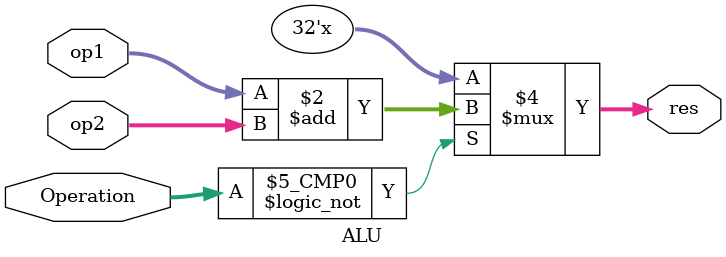
<source format=v>
`timescale 1ns / 1ps


module  ALU #(parameter Width=32) (
    output reg[Width-1:0] res,
    input [Width-1:0] op1,
    input [Width-1:0] op2,
    input [5:0] Operation
    );
    localparam [2:0] ADDI = 3'b000,// The state labels and their assignments
                    SLTI = 3'b010,
                    SLTIU = 3'b011,
                    XORI = 3'b100,
                    ORI = 3'b110,
                    ANDI = 3'b111,
                    SLLI = 3'b001,
                    SRLI = 3'b101,
                    SRAI = 3'b101;
    
    
        always @(*)
            begin            
            case (Operation)
                6'b000000: //ADDI
                    begin
                        res = op1 + op2;
                    end                
                endcase            
            end    
endmodule

</source>
